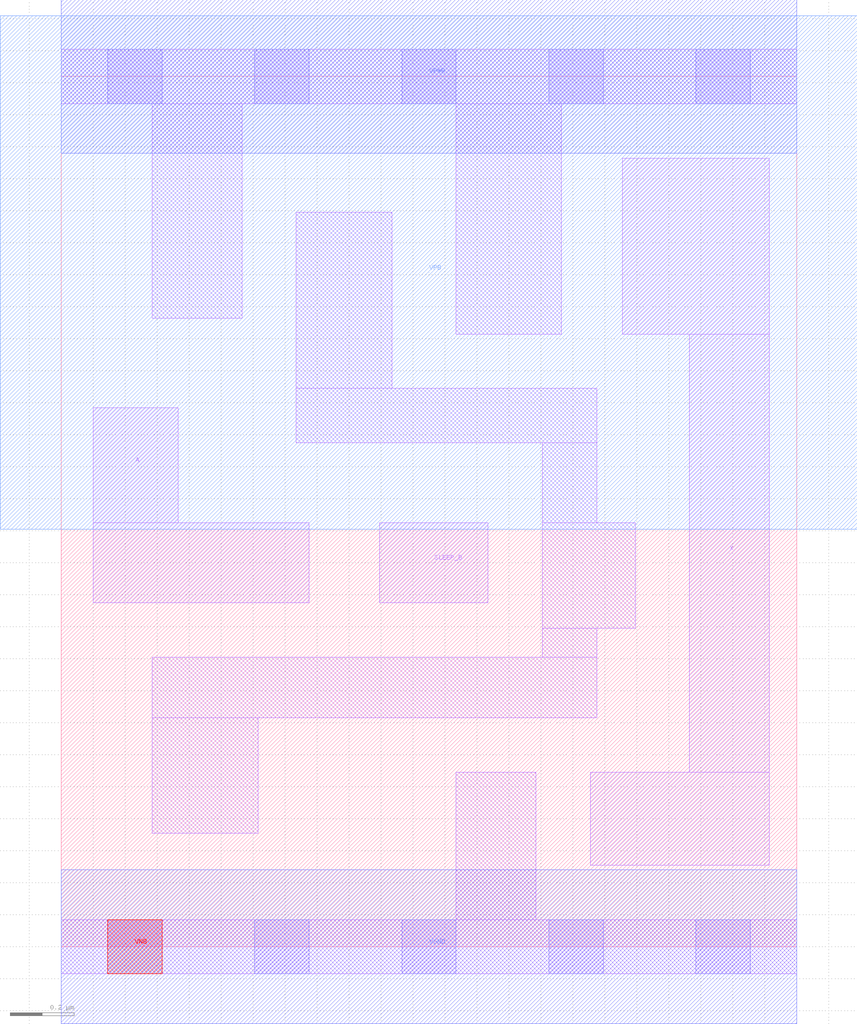
<source format=lef>
# Copyright 2020 The SkyWater PDK Authors
#
# Licensed under the Apache License, Version 2.0 (the "License");
# you may not use this file except in compliance with the License.
# You may obtain a copy of the License at
#
#     https://www.apache.org/licenses/LICENSE-2.0
#
# Unless required by applicable law or agreed to in writing, software
# distributed under the License is distributed on an "AS IS" BASIS,
# WITHOUT WARRANTIES OR CONDITIONS OF ANY KIND, either express or implied.
# See the License for the specific language governing permissions and
# limitations under the License.
#
# SPDX-License-Identifier: Apache-2.0

VERSION 5.7 ;
  NOWIREEXTENSIONATPIN ON ;
  DIVIDERCHAR "/" ;
  BUSBITCHARS "[]" ;
MACRO sky130_fd_sc_hd__lpflow_inputiso0n_1
  CLASS CORE ;
  FOREIGN sky130_fd_sc_hd__lpflow_inputiso0n_1 ;
  ORIGIN  0.000000  0.000000 ;
  SIZE  2.300000 BY  2.720000 ;
  SYMMETRY X Y R90 ;
  SITE unithd ;
  PIN A
    ANTENNAGATEAREA  0.126000 ;
    DIRECTION INPUT ;
    USE SIGNAL ;
    PORT
      LAYER li1 ;
        RECT 0.100000 1.075000 0.775000 1.325000 ;
        RECT 0.100000 1.325000 0.365000 1.685000 ;
    END
  END A
  PIN SLEEP_B
    ANTENNAGATEAREA  0.126000 ;
    DIRECTION INPUT ;
    USE SIGNAL ;
    PORT
      LAYER li1 ;
        RECT 0.995000 1.075000 1.335000 1.325000 ;
    END
  END SLEEP_B
  PIN X
    ANTENNADIFFAREA  0.657000 ;
    DIRECTION OUTPUT ;
    USE SIGNAL ;
    PORT
      LAYER li1 ;
        RECT 1.655000 0.255000 2.215000 0.545000 ;
        RECT 1.755000 1.915000 2.215000 2.465000 ;
        RECT 1.965000 0.545000 2.215000 1.915000 ;
    END
  END X
  PIN VGND
    DIRECTION INOUT ;
    SHAPE ABUTMENT ;
    USE GROUND ;
    PORT
      LAYER met1 ;
        RECT 0.000000 -0.240000 2.300000 0.240000 ;
    END
  END VGND
  PIN VNB
    DIRECTION INOUT ;
    USE GROUND ;
    PORT
      LAYER pwell ;
        RECT 0.145000 -0.085000 0.315000 0.085000 ;
    END
  END VNB
  PIN VPB
    DIRECTION INOUT ;
    USE POWER ;
    PORT
      LAYER nwell ;
        RECT -0.190000 1.305000 2.490000 2.910000 ;
    END
  END VPB
  PIN VPWR
    DIRECTION INOUT ;
    SHAPE ABUTMENT ;
    USE POWER ;
    PORT
      LAYER met1 ;
        RECT 0.000000 2.480000 2.300000 2.960000 ;
    END
  END VPWR
  OBS
    LAYER li1 ;
      RECT 0.000000 -0.085000 2.300000 0.085000 ;
      RECT 0.000000  2.635000 2.300000 2.805000 ;
      RECT 0.285000  0.355000 0.615000 0.715000 ;
      RECT 0.285000  0.715000 1.675000 0.905000 ;
      RECT 0.285000  1.965000 0.565000 2.635000 ;
      RECT 0.735000  1.575000 1.675000 1.745000 ;
      RECT 0.735000  1.745000 1.035000 2.295000 ;
      RECT 1.235000  0.085000 1.485000 0.545000 ;
      RECT 1.235000  1.915000 1.565000 2.635000 ;
      RECT 1.505000  0.905000 1.675000 0.995000 ;
      RECT 1.505000  0.995000 1.795000 1.325000 ;
      RECT 1.505000  1.325000 1.675000 1.575000 ;
    LAYER mcon ;
      RECT 0.145000 -0.085000 0.315000 0.085000 ;
      RECT 0.145000  2.635000 0.315000 2.805000 ;
      RECT 0.605000 -0.085000 0.775000 0.085000 ;
      RECT 0.605000  2.635000 0.775000 2.805000 ;
      RECT 1.065000 -0.085000 1.235000 0.085000 ;
      RECT 1.065000  2.635000 1.235000 2.805000 ;
      RECT 1.525000 -0.085000 1.695000 0.085000 ;
      RECT 1.525000  2.635000 1.695000 2.805000 ;
      RECT 1.985000 -0.085000 2.155000 0.085000 ;
      RECT 1.985000  2.635000 2.155000 2.805000 ;
  END
END sky130_fd_sc_hd__lpflow_inputiso0n_1
END LIBRARY

</source>
